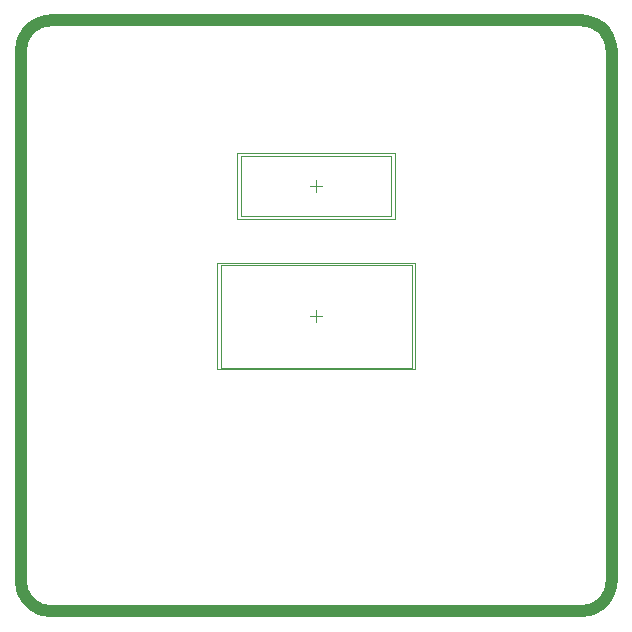
<source format=gko>
G04*
G04 #@! TF.GenerationSoftware,Altium Limited,Altium Designer,21.3.2 (30)*
G04*
G04 Layer_Color=16711935*
%FSLAX25Y25*%
%MOIN*%
G70*
G04*
G04 #@! TF.SameCoordinates,7D36CCFB-020A-49C9-B8D2-55C5552AF9BD*
G04*
G04*
G04 #@! TF.FilePolarity,Positive*
G04*
G01*
G75*
%ADD13C,0.00394*%
%ADD14C,0.00197*%
%ADD30C,0.03937*%
D13*
X66634Y80945D02*
X130217D01*
Y115472D01*
X66634D02*
X130217D01*
X66634Y80945D02*
Y115472D01*
X73425Y131732D02*
Y151732D01*
X123425D01*
Y131732D02*
Y151732D01*
X73425Y131732D02*
X123425D01*
X96457Y98425D02*
X100394D01*
X98425Y96457D02*
Y100394D01*
D14*
X65354Y80551D02*
X131496D01*
X65354D02*
Y115866D01*
X131496D01*
Y80551D02*
Y115866D01*
X72047Y130650D02*
X124803D01*
Y152815D01*
X72047D02*
X124803D01*
X72047Y130650D02*
Y152815D01*
X98425Y139764D02*
Y143701D01*
X96457Y141732D02*
X100394D01*
D30*
X0Y10000D02*
X48Y9020D01*
X192Y8049D01*
X431Y7097D01*
X761Y6173D01*
X1181Y5286D01*
X1685Y4444D01*
X2270Y3656D01*
X2929Y2929D01*
X3656Y2270D01*
X4444Y1685D01*
X5286Y1181D01*
X6173Y761D01*
X7097Y431D01*
X8049Y192D01*
X9020Y48D01*
X10000Y0D01*
X10000Y196850D02*
X9020Y196802D01*
X8049Y196658D01*
X7097Y196420D01*
X6173Y196089D01*
X5286Y195670D01*
X4444Y195165D01*
X3656Y194580D01*
X2929Y193921D01*
X2270Y193194D01*
X1685Y192406D01*
X1181Y191564D01*
X761Y190677D01*
X431Y189753D01*
X192Y188801D01*
X48Y187831D01*
X0Y186850D01*
X196850Y186850D02*
X196802Y187831D01*
X196658Y188801D01*
X196420Y189753D01*
X196089Y190677D01*
X195670Y191564D01*
X195165Y192406D01*
X194580Y193194D01*
X193921Y193921D01*
X193194Y194580D01*
X192406Y195165D01*
X191564Y195670D01*
X190677Y196089D01*
X189753Y196420D01*
X188801Y196658D01*
X187830Y196802D01*
X186850Y196850D01*
X186850Y-0D02*
X187831Y48D01*
X188801Y192D01*
X189753Y431D01*
X190677Y761D01*
X191564Y1181D01*
X192406Y1685D01*
X193194Y2270D01*
X193921Y2929D01*
X194580Y3656D01*
X195165Y4444D01*
X195670Y5286D01*
X196089Y6173D01*
X196420Y7097D01*
X196658Y8049D01*
X196802Y9020D01*
X196850Y10000D01*
X11811Y0D02*
X185039Y-0D01*
X10000Y0D02*
X11811D01*
X0Y186850D02*
X0Y10000D01*
X10000Y196850D02*
X11811Y196850D01*
X185039Y196850D01*
X186850Y196850D01*
X196850Y11811D02*
Y186850D01*
Y11811D02*
X196850Y10000D01*
X185039Y-0D02*
X186850D01*
M02*

</source>
